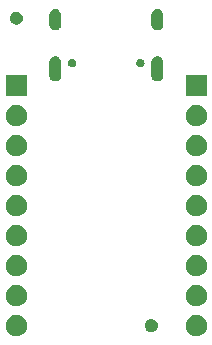
<source format=gbr>
%TF.GenerationSoftware,KiCad,Pcbnew,(5.1.5-0-10_14)*%
%TF.CreationDate,2020-02-16T20:03:40+10:00*%
%TF.ProjectId,turtleboard,74757274-6c65-4626-9f61-72642e6b6963,rev?*%
%TF.SameCoordinates,Original*%
%TF.FileFunction,Soldermask,Bot*%
%TF.FilePolarity,Negative*%
%FSLAX46Y46*%
G04 Gerber Fmt 4.6, Leading zero omitted, Abs format (unit mm)*
G04 Created by KiCad (PCBNEW (5.1.5-0-10_14)) date 2020-02-16 20:03:40*
%MOMM*%
%LPD*%
G04 APERTURE LIST*
%ADD10C,0.100000*%
G04 APERTURE END LIST*
D10*
G36*
X210933512Y-121023927D02*
G01*
X211082812Y-121053624D01*
X211246784Y-121121544D01*
X211394354Y-121220147D01*
X211519853Y-121345646D01*
X211618456Y-121493216D01*
X211686376Y-121657188D01*
X211721000Y-121831259D01*
X211721000Y-122008741D01*
X211686376Y-122182812D01*
X211618456Y-122346784D01*
X211519853Y-122494354D01*
X211394354Y-122619853D01*
X211246784Y-122718456D01*
X211082812Y-122786376D01*
X210933512Y-122816073D01*
X210908742Y-122821000D01*
X210731258Y-122821000D01*
X210706488Y-122816073D01*
X210557188Y-122786376D01*
X210393216Y-122718456D01*
X210245646Y-122619853D01*
X210120147Y-122494354D01*
X210021544Y-122346784D01*
X209953624Y-122182812D01*
X209919000Y-122008741D01*
X209919000Y-121831259D01*
X209953624Y-121657188D01*
X210021544Y-121493216D01*
X210120147Y-121345646D01*
X210245646Y-121220147D01*
X210393216Y-121121544D01*
X210557188Y-121053624D01*
X210706488Y-121023927D01*
X210731258Y-121019000D01*
X210908742Y-121019000D01*
X210933512Y-121023927D01*
G37*
G36*
X195693512Y-121023927D02*
G01*
X195842812Y-121053624D01*
X196006784Y-121121544D01*
X196154354Y-121220147D01*
X196279853Y-121345646D01*
X196378456Y-121493216D01*
X196446376Y-121657188D01*
X196481000Y-121831259D01*
X196481000Y-122008741D01*
X196446376Y-122182812D01*
X196378456Y-122346784D01*
X196279853Y-122494354D01*
X196154354Y-122619853D01*
X196006784Y-122718456D01*
X195842812Y-122786376D01*
X195693512Y-122816073D01*
X195668742Y-122821000D01*
X195491258Y-122821000D01*
X195466488Y-122816073D01*
X195317188Y-122786376D01*
X195153216Y-122718456D01*
X195005646Y-122619853D01*
X194880147Y-122494354D01*
X194781544Y-122346784D01*
X194713624Y-122182812D01*
X194679000Y-122008741D01*
X194679000Y-121831259D01*
X194713624Y-121657188D01*
X194781544Y-121493216D01*
X194880147Y-121345646D01*
X195005646Y-121220147D01*
X195153216Y-121121544D01*
X195317188Y-121053624D01*
X195466488Y-121023927D01*
X195491258Y-121019000D01*
X195668742Y-121019000D01*
X195693512Y-121023927D01*
G37*
G36*
X207170721Y-121390174D02*
G01*
X207270995Y-121431709D01*
X207270996Y-121431710D01*
X207361242Y-121492010D01*
X207437990Y-121568758D01*
X207437991Y-121568760D01*
X207498291Y-121659005D01*
X207539826Y-121759279D01*
X207561000Y-121865730D01*
X207561000Y-121974270D01*
X207539826Y-122080721D01*
X207498291Y-122180995D01*
X207497077Y-122182812D01*
X207437990Y-122271242D01*
X207361242Y-122347990D01*
X207315812Y-122378345D01*
X207270995Y-122408291D01*
X207170721Y-122449826D01*
X207064270Y-122471000D01*
X206955730Y-122471000D01*
X206849279Y-122449826D01*
X206749005Y-122408291D01*
X206704188Y-122378345D01*
X206658758Y-122347990D01*
X206582010Y-122271242D01*
X206522923Y-122182812D01*
X206521709Y-122180995D01*
X206480174Y-122080721D01*
X206459000Y-121974270D01*
X206459000Y-121865730D01*
X206480174Y-121759279D01*
X206521709Y-121659005D01*
X206582009Y-121568760D01*
X206582010Y-121568758D01*
X206658758Y-121492010D01*
X206749004Y-121431710D01*
X206749005Y-121431709D01*
X206849279Y-121390174D01*
X206955730Y-121369000D01*
X207064270Y-121369000D01*
X207170721Y-121390174D01*
G37*
G36*
X195693512Y-118483927D02*
G01*
X195842812Y-118513624D01*
X196006784Y-118581544D01*
X196154354Y-118680147D01*
X196279853Y-118805646D01*
X196378456Y-118953216D01*
X196446376Y-119117188D01*
X196481000Y-119291259D01*
X196481000Y-119468741D01*
X196446376Y-119642812D01*
X196378456Y-119806784D01*
X196279853Y-119954354D01*
X196154354Y-120079853D01*
X196006784Y-120178456D01*
X195842812Y-120246376D01*
X195693512Y-120276073D01*
X195668742Y-120281000D01*
X195491258Y-120281000D01*
X195466488Y-120276073D01*
X195317188Y-120246376D01*
X195153216Y-120178456D01*
X195005646Y-120079853D01*
X194880147Y-119954354D01*
X194781544Y-119806784D01*
X194713624Y-119642812D01*
X194679000Y-119468741D01*
X194679000Y-119291259D01*
X194713624Y-119117188D01*
X194781544Y-118953216D01*
X194880147Y-118805646D01*
X195005646Y-118680147D01*
X195153216Y-118581544D01*
X195317188Y-118513624D01*
X195466488Y-118483927D01*
X195491258Y-118479000D01*
X195668742Y-118479000D01*
X195693512Y-118483927D01*
G37*
G36*
X210933512Y-118483927D02*
G01*
X211082812Y-118513624D01*
X211246784Y-118581544D01*
X211394354Y-118680147D01*
X211519853Y-118805646D01*
X211618456Y-118953216D01*
X211686376Y-119117188D01*
X211721000Y-119291259D01*
X211721000Y-119468741D01*
X211686376Y-119642812D01*
X211618456Y-119806784D01*
X211519853Y-119954354D01*
X211394354Y-120079853D01*
X211246784Y-120178456D01*
X211082812Y-120246376D01*
X210933512Y-120276073D01*
X210908742Y-120281000D01*
X210731258Y-120281000D01*
X210706488Y-120276073D01*
X210557188Y-120246376D01*
X210393216Y-120178456D01*
X210245646Y-120079853D01*
X210120147Y-119954354D01*
X210021544Y-119806784D01*
X209953624Y-119642812D01*
X209919000Y-119468741D01*
X209919000Y-119291259D01*
X209953624Y-119117188D01*
X210021544Y-118953216D01*
X210120147Y-118805646D01*
X210245646Y-118680147D01*
X210393216Y-118581544D01*
X210557188Y-118513624D01*
X210706488Y-118483927D01*
X210731258Y-118479000D01*
X210908742Y-118479000D01*
X210933512Y-118483927D01*
G37*
G36*
X210933512Y-115943927D02*
G01*
X211082812Y-115973624D01*
X211246784Y-116041544D01*
X211394354Y-116140147D01*
X211519853Y-116265646D01*
X211618456Y-116413216D01*
X211686376Y-116577188D01*
X211721000Y-116751259D01*
X211721000Y-116928741D01*
X211686376Y-117102812D01*
X211618456Y-117266784D01*
X211519853Y-117414354D01*
X211394354Y-117539853D01*
X211246784Y-117638456D01*
X211082812Y-117706376D01*
X210933512Y-117736073D01*
X210908742Y-117741000D01*
X210731258Y-117741000D01*
X210706488Y-117736073D01*
X210557188Y-117706376D01*
X210393216Y-117638456D01*
X210245646Y-117539853D01*
X210120147Y-117414354D01*
X210021544Y-117266784D01*
X209953624Y-117102812D01*
X209919000Y-116928741D01*
X209919000Y-116751259D01*
X209953624Y-116577188D01*
X210021544Y-116413216D01*
X210120147Y-116265646D01*
X210245646Y-116140147D01*
X210393216Y-116041544D01*
X210557188Y-115973624D01*
X210706488Y-115943927D01*
X210731258Y-115939000D01*
X210908742Y-115939000D01*
X210933512Y-115943927D01*
G37*
G36*
X195693512Y-115943927D02*
G01*
X195842812Y-115973624D01*
X196006784Y-116041544D01*
X196154354Y-116140147D01*
X196279853Y-116265646D01*
X196378456Y-116413216D01*
X196446376Y-116577188D01*
X196481000Y-116751259D01*
X196481000Y-116928741D01*
X196446376Y-117102812D01*
X196378456Y-117266784D01*
X196279853Y-117414354D01*
X196154354Y-117539853D01*
X196006784Y-117638456D01*
X195842812Y-117706376D01*
X195693512Y-117736073D01*
X195668742Y-117741000D01*
X195491258Y-117741000D01*
X195466488Y-117736073D01*
X195317188Y-117706376D01*
X195153216Y-117638456D01*
X195005646Y-117539853D01*
X194880147Y-117414354D01*
X194781544Y-117266784D01*
X194713624Y-117102812D01*
X194679000Y-116928741D01*
X194679000Y-116751259D01*
X194713624Y-116577188D01*
X194781544Y-116413216D01*
X194880147Y-116265646D01*
X195005646Y-116140147D01*
X195153216Y-116041544D01*
X195317188Y-115973624D01*
X195466488Y-115943927D01*
X195491258Y-115939000D01*
X195668742Y-115939000D01*
X195693512Y-115943927D01*
G37*
G36*
X210933512Y-113403927D02*
G01*
X211082812Y-113433624D01*
X211246784Y-113501544D01*
X211394354Y-113600147D01*
X211519853Y-113725646D01*
X211618456Y-113873216D01*
X211686376Y-114037188D01*
X211721000Y-114211259D01*
X211721000Y-114388741D01*
X211686376Y-114562812D01*
X211618456Y-114726784D01*
X211519853Y-114874354D01*
X211394354Y-114999853D01*
X211246784Y-115098456D01*
X211082812Y-115166376D01*
X210933512Y-115196073D01*
X210908742Y-115201000D01*
X210731258Y-115201000D01*
X210706488Y-115196073D01*
X210557188Y-115166376D01*
X210393216Y-115098456D01*
X210245646Y-114999853D01*
X210120147Y-114874354D01*
X210021544Y-114726784D01*
X209953624Y-114562812D01*
X209919000Y-114388741D01*
X209919000Y-114211259D01*
X209953624Y-114037188D01*
X210021544Y-113873216D01*
X210120147Y-113725646D01*
X210245646Y-113600147D01*
X210393216Y-113501544D01*
X210557188Y-113433624D01*
X210706488Y-113403927D01*
X210731258Y-113399000D01*
X210908742Y-113399000D01*
X210933512Y-113403927D01*
G37*
G36*
X195693512Y-113403927D02*
G01*
X195842812Y-113433624D01*
X196006784Y-113501544D01*
X196154354Y-113600147D01*
X196279853Y-113725646D01*
X196378456Y-113873216D01*
X196446376Y-114037188D01*
X196481000Y-114211259D01*
X196481000Y-114388741D01*
X196446376Y-114562812D01*
X196378456Y-114726784D01*
X196279853Y-114874354D01*
X196154354Y-114999853D01*
X196006784Y-115098456D01*
X195842812Y-115166376D01*
X195693512Y-115196073D01*
X195668742Y-115201000D01*
X195491258Y-115201000D01*
X195466488Y-115196073D01*
X195317188Y-115166376D01*
X195153216Y-115098456D01*
X195005646Y-114999853D01*
X194880147Y-114874354D01*
X194781544Y-114726784D01*
X194713624Y-114562812D01*
X194679000Y-114388741D01*
X194679000Y-114211259D01*
X194713624Y-114037188D01*
X194781544Y-113873216D01*
X194880147Y-113725646D01*
X195005646Y-113600147D01*
X195153216Y-113501544D01*
X195317188Y-113433624D01*
X195466488Y-113403927D01*
X195491258Y-113399000D01*
X195668742Y-113399000D01*
X195693512Y-113403927D01*
G37*
G36*
X210933512Y-110863927D02*
G01*
X211082812Y-110893624D01*
X211246784Y-110961544D01*
X211394354Y-111060147D01*
X211519853Y-111185646D01*
X211618456Y-111333216D01*
X211686376Y-111497188D01*
X211721000Y-111671259D01*
X211721000Y-111848741D01*
X211686376Y-112022812D01*
X211618456Y-112186784D01*
X211519853Y-112334354D01*
X211394354Y-112459853D01*
X211246784Y-112558456D01*
X211082812Y-112626376D01*
X210933512Y-112656073D01*
X210908742Y-112661000D01*
X210731258Y-112661000D01*
X210706488Y-112656073D01*
X210557188Y-112626376D01*
X210393216Y-112558456D01*
X210245646Y-112459853D01*
X210120147Y-112334354D01*
X210021544Y-112186784D01*
X209953624Y-112022812D01*
X209919000Y-111848741D01*
X209919000Y-111671259D01*
X209953624Y-111497188D01*
X210021544Y-111333216D01*
X210120147Y-111185646D01*
X210245646Y-111060147D01*
X210393216Y-110961544D01*
X210557188Y-110893624D01*
X210706488Y-110863927D01*
X210731258Y-110859000D01*
X210908742Y-110859000D01*
X210933512Y-110863927D01*
G37*
G36*
X195693512Y-110863927D02*
G01*
X195842812Y-110893624D01*
X196006784Y-110961544D01*
X196154354Y-111060147D01*
X196279853Y-111185646D01*
X196378456Y-111333216D01*
X196446376Y-111497188D01*
X196481000Y-111671259D01*
X196481000Y-111848741D01*
X196446376Y-112022812D01*
X196378456Y-112186784D01*
X196279853Y-112334354D01*
X196154354Y-112459853D01*
X196006784Y-112558456D01*
X195842812Y-112626376D01*
X195693512Y-112656073D01*
X195668742Y-112661000D01*
X195491258Y-112661000D01*
X195466488Y-112656073D01*
X195317188Y-112626376D01*
X195153216Y-112558456D01*
X195005646Y-112459853D01*
X194880147Y-112334354D01*
X194781544Y-112186784D01*
X194713624Y-112022812D01*
X194679000Y-111848741D01*
X194679000Y-111671259D01*
X194713624Y-111497188D01*
X194781544Y-111333216D01*
X194880147Y-111185646D01*
X195005646Y-111060147D01*
X195153216Y-110961544D01*
X195317188Y-110893624D01*
X195466488Y-110863927D01*
X195491258Y-110859000D01*
X195668742Y-110859000D01*
X195693512Y-110863927D01*
G37*
G36*
X210933512Y-108323927D02*
G01*
X211082812Y-108353624D01*
X211246784Y-108421544D01*
X211394354Y-108520147D01*
X211519853Y-108645646D01*
X211618456Y-108793216D01*
X211686376Y-108957188D01*
X211721000Y-109131259D01*
X211721000Y-109308741D01*
X211686376Y-109482812D01*
X211618456Y-109646784D01*
X211519853Y-109794354D01*
X211394354Y-109919853D01*
X211246784Y-110018456D01*
X211082812Y-110086376D01*
X210933512Y-110116073D01*
X210908742Y-110121000D01*
X210731258Y-110121000D01*
X210706488Y-110116073D01*
X210557188Y-110086376D01*
X210393216Y-110018456D01*
X210245646Y-109919853D01*
X210120147Y-109794354D01*
X210021544Y-109646784D01*
X209953624Y-109482812D01*
X209919000Y-109308741D01*
X209919000Y-109131259D01*
X209953624Y-108957188D01*
X210021544Y-108793216D01*
X210120147Y-108645646D01*
X210245646Y-108520147D01*
X210393216Y-108421544D01*
X210557188Y-108353624D01*
X210706488Y-108323927D01*
X210731258Y-108319000D01*
X210908742Y-108319000D01*
X210933512Y-108323927D01*
G37*
G36*
X195693512Y-108323927D02*
G01*
X195842812Y-108353624D01*
X196006784Y-108421544D01*
X196154354Y-108520147D01*
X196279853Y-108645646D01*
X196378456Y-108793216D01*
X196446376Y-108957188D01*
X196481000Y-109131259D01*
X196481000Y-109308741D01*
X196446376Y-109482812D01*
X196378456Y-109646784D01*
X196279853Y-109794354D01*
X196154354Y-109919853D01*
X196006784Y-110018456D01*
X195842812Y-110086376D01*
X195693512Y-110116073D01*
X195668742Y-110121000D01*
X195491258Y-110121000D01*
X195466488Y-110116073D01*
X195317188Y-110086376D01*
X195153216Y-110018456D01*
X195005646Y-109919853D01*
X194880147Y-109794354D01*
X194781544Y-109646784D01*
X194713624Y-109482812D01*
X194679000Y-109308741D01*
X194679000Y-109131259D01*
X194713624Y-108957188D01*
X194781544Y-108793216D01*
X194880147Y-108645646D01*
X195005646Y-108520147D01*
X195153216Y-108421544D01*
X195317188Y-108353624D01*
X195466488Y-108323927D01*
X195491258Y-108319000D01*
X195668742Y-108319000D01*
X195693512Y-108323927D01*
G37*
G36*
X210933512Y-105783927D02*
G01*
X211082812Y-105813624D01*
X211246784Y-105881544D01*
X211394354Y-105980147D01*
X211519853Y-106105646D01*
X211618456Y-106253216D01*
X211686376Y-106417188D01*
X211721000Y-106591259D01*
X211721000Y-106768741D01*
X211686376Y-106942812D01*
X211618456Y-107106784D01*
X211519853Y-107254354D01*
X211394354Y-107379853D01*
X211246784Y-107478456D01*
X211082812Y-107546376D01*
X210933512Y-107576073D01*
X210908742Y-107581000D01*
X210731258Y-107581000D01*
X210706488Y-107576073D01*
X210557188Y-107546376D01*
X210393216Y-107478456D01*
X210245646Y-107379853D01*
X210120147Y-107254354D01*
X210021544Y-107106784D01*
X209953624Y-106942812D01*
X209919000Y-106768741D01*
X209919000Y-106591259D01*
X209953624Y-106417188D01*
X210021544Y-106253216D01*
X210120147Y-106105646D01*
X210245646Y-105980147D01*
X210393216Y-105881544D01*
X210557188Y-105813624D01*
X210706488Y-105783927D01*
X210731258Y-105779000D01*
X210908742Y-105779000D01*
X210933512Y-105783927D01*
G37*
G36*
X195693512Y-105783927D02*
G01*
X195842812Y-105813624D01*
X196006784Y-105881544D01*
X196154354Y-105980147D01*
X196279853Y-106105646D01*
X196378456Y-106253216D01*
X196446376Y-106417188D01*
X196481000Y-106591259D01*
X196481000Y-106768741D01*
X196446376Y-106942812D01*
X196378456Y-107106784D01*
X196279853Y-107254354D01*
X196154354Y-107379853D01*
X196006784Y-107478456D01*
X195842812Y-107546376D01*
X195693512Y-107576073D01*
X195668742Y-107581000D01*
X195491258Y-107581000D01*
X195466488Y-107576073D01*
X195317188Y-107546376D01*
X195153216Y-107478456D01*
X195005646Y-107379853D01*
X194880147Y-107254354D01*
X194781544Y-107106784D01*
X194713624Y-106942812D01*
X194679000Y-106768741D01*
X194679000Y-106591259D01*
X194713624Y-106417188D01*
X194781544Y-106253216D01*
X194880147Y-106105646D01*
X195005646Y-105980147D01*
X195153216Y-105881544D01*
X195317188Y-105813624D01*
X195466488Y-105783927D01*
X195491258Y-105779000D01*
X195668742Y-105779000D01*
X195693512Y-105783927D01*
G37*
G36*
X210933512Y-103243927D02*
G01*
X211082812Y-103273624D01*
X211246784Y-103341544D01*
X211394354Y-103440147D01*
X211519853Y-103565646D01*
X211618456Y-103713216D01*
X211686376Y-103877188D01*
X211721000Y-104051259D01*
X211721000Y-104228741D01*
X211686376Y-104402812D01*
X211618456Y-104566784D01*
X211519853Y-104714354D01*
X211394354Y-104839853D01*
X211246784Y-104938456D01*
X211082812Y-105006376D01*
X210933512Y-105036073D01*
X210908742Y-105041000D01*
X210731258Y-105041000D01*
X210706488Y-105036073D01*
X210557188Y-105006376D01*
X210393216Y-104938456D01*
X210245646Y-104839853D01*
X210120147Y-104714354D01*
X210021544Y-104566784D01*
X209953624Y-104402812D01*
X209919000Y-104228741D01*
X209919000Y-104051259D01*
X209953624Y-103877188D01*
X210021544Y-103713216D01*
X210120147Y-103565646D01*
X210245646Y-103440147D01*
X210393216Y-103341544D01*
X210557188Y-103273624D01*
X210706488Y-103243927D01*
X210731258Y-103239000D01*
X210908742Y-103239000D01*
X210933512Y-103243927D01*
G37*
G36*
X195693512Y-103243927D02*
G01*
X195842812Y-103273624D01*
X196006784Y-103341544D01*
X196154354Y-103440147D01*
X196279853Y-103565646D01*
X196378456Y-103713216D01*
X196446376Y-103877188D01*
X196481000Y-104051259D01*
X196481000Y-104228741D01*
X196446376Y-104402812D01*
X196378456Y-104566784D01*
X196279853Y-104714354D01*
X196154354Y-104839853D01*
X196006784Y-104938456D01*
X195842812Y-105006376D01*
X195693512Y-105036073D01*
X195668742Y-105041000D01*
X195491258Y-105041000D01*
X195466488Y-105036073D01*
X195317188Y-105006376D01*
X195153216Y-104938456D01*
X195005646Y-104839853D01*
X194880147Y-104714354D01*
X194781544Y-104566784D01*
X194713624Y-104402812D01*
X194679000Y-104228741D01*
X194679000Y-104051259D01*
X194713624Y-103877188D01*
X194781544Y-103713216D01*
X194880147Y-103565646D01*
X195005646Y-103440147D01*
X195153216Y-103341544D01*
X195317188Y-103273624D01*
X195466488Y-103243927D01*
X195491258Y-103239000D01*
X195668742Y-103239000D01*
X195693512Y-103243927D01*
G37*
G36*
X196481000Y-102501000D02*
G01*
X194679000Y-102501000D01*
X194679000Y-100699000D01*
X196481000Y-100699000D01*
X196481000Y-102501000D01*
G37*
G36*
X211721000Y-102501000D02*
G01*
X209919000Y-102501000D01*
X209919000Y-100699000D01*
X211721000Y-100699000D01*
X211721000Y-102501000D01*
G37*
G36*
X207616213Y-99138249D02*
G01*
X207710652Y-99166897D01*
X207797687Y-99213418D01*
X207873975Y-99276025D01*
X207936582Y-99352313D01*
X207983103Y-99439348D01*
X208011751Y-99533787D01*
X208019000Y-99607388D01*
X208019000Y-100756612D01*
X208011751Y-100830213D01*
X207983103Y-100924652D01*
X207936582Y-101011687D01*
X207873975Y-101087975D01*
X207797687Y-101150582D01*
X207710651Y-101197103D01*
X207616212Y-101225751D01*
X207518000Y-101235424D01*
X207419787Y-101225751D01*
X207325348Y-101197103D01*
X207238313Y-101150582D01*
X207162025Y-101087975D01*
X207099418Y-101011687D01*
X207052897Y-100924651D01*
X207024249Y-100830212D01*
X207017000Y-100756611D01*
X207017001Y-99607388D01*
X207024250Y-99533787D01*
X207052898Y-99439348D01*
X207099419Y-99352313D01*
X207162026Y-99276025D01*
X207238314Y-99213418D01*
X207325349Y-99166897D01*
X207419788Y-99138249D01*
X207518000Y-99128576D01*
X207616213Y-99138249D01*
G37*
G36*
X198976213Y-99138249D02*
G01*
X199070652Y-99166897D01*
X199157687Y-99213418D01*
X199233975Y-99276025D01*
X199296582Y-99352313D01*
X199343103Y-99439348D01*
X199371751Y-99533787D01*
X199379000Y-99607388D01*
X199379000Y-100756612D01*
X199371751Y-100830213D01*
X199343103Y-100924652D01*
X199296582Y-101011687D01*
X199233975Y-101087975D01*
X199157687Y-101150582D01*
X199070651Y-101197103D01*
X198976212Y-101225751D01*
X198878000Y-101235424D01*
X198779787Y-101225751D01*
X198685348Y-101197103D01*
X198598313Y-101150582D01*
X198522025Y-101087975D01*
X198459418Y-101011687D01*
X198412897Y-100924651D01*
X198384249Y-100830212D01*
X198377000Y-100756611D01*
X198377001Y-99607388D01*
X198384250Y-99533787D01*
X198412898Y-99439348D01*
X198459419Y-99352313D01*
X198522026Y-99276025D01*
X198598314Y-99213418D01*
X198685349Y-99166897D01*
X198779788Y-99138249D01*
X198878000Y-99128576D01*
X198976213Y-99138249D01*
G37*
G36*
X200410383Y-99364489D02*
G01*
X200410386Y-99364490D01*
X200410385Y-99364490D01*
X200474258Y-99390946D01*
X200531748Y-99429360D01*
X200580640Y-99478252D01*
X200619054Y-99535742D01*
X200640624Y-99587818D01*
X200645511Y-99599617D01*
X200659000Y-99667430D01*
X200659000Y-99736570D01*
X200645511Y-99804383D01*
X200645510Y-99804385D01*
X200619054Y-99868258D01*
X200580640Y-99925748D01*
X200531748Y-99974640D01*
X200474258Y-100013054D01*
X200422182Y-100034624D01*
X200410383Y-100039511D01*
X200342570Y-100053000D01*
X200273430Y-100053000D01*
X200205617Y-100039511D01*
X200193818Y-100034624D01*
X200141742Y-100013054D01*
X200084252Y-99974640D01*
X200035360Y-99925748D01*
X199996946Y-99868258D01*
X199970490Y-99804385D01*
X199970489Y-99804383D01*
X199957000Y-99736570D01*
X199957000Y-99667430D01*
X199970489Y-99599617D01*
X199975376Y-99587818D01*
X199996946Y-99535742D01*
X200035360Y-99478252D01*
X200084252Y-99429360D01*
X200141742Y-99390946D01*
X200205615Y-99364490D01*
X200205614Y-99364490D01*
X200205617Y-99364489D01*
X200273430Y-99351000D01*
X200342570Y-99351000D01*
X200410383Y-99364489D01*
G37*
G36*
X206190383Y-99364489D02*
G01*
X206190386Y-99364490D01*
X206190385Y-99364490D01*
X206254258Y-99390946D01*
X206311748Y-99429360D01*
X206360640Y-99478252D01*
X206399054Y-99535742D01*
X206420624Y-99587818D01*
X206425511Y-99599617D01*
X206439000Y-99667430D01*
X206439000Y-99736570D01*
X206425511Y-99804383D01*
X206425510Y-99804385D01*
X206399054Y-99868258D01*
X206360640Y-99925748D01*
X206311748Y-99974640D01*
X206254258Y-100013054D01*
X206202182Y-100034624D01*
X206190383Y-100039511D01*
X206122570Y-100053000D01*
X206053430Y-100053000D01*
X205985617Y-100039511D01*
X205973818Y-100034624D01*
X205921742Y-100013054D01*
X205864252Y-99974640D01*
X205815360Y-99925748D01*
X205776946Y-99868258D01*
X205750490Y-99804385D01*
X205750489Y-99804383D01*
X205737000Y-99736570D01*
X205737000Y-99667430D01*
X205750489Y-99599617D01*
X205755376Y-99587818D01*
X205776946Y-99535742D01*
X205815360Y-99478252D01*
X205864252Y-99429360D01*
X205921742Y-99390946D01*
X205985615Y-99364490D01*
X205985614Y-99364490D01*
X205985617Y-99364489D01*
X206053430Y-99351000D01*
X206122570Y-99351000D01*
X206190383Y-99364489D01*
G37*
G36*
X207616213Y-95118249D02*
G01*
X207710652Y-95146897D01*
X207797687Y-95193418D01*
X207873975Y-95256025D01*
X207936582Y-95332313D01*
X207983103Y-95419348D01*
X208011751Y-95513787D01*
X208019000Y-95587388D01*
X208019000Y-96436612D01*
X208011751Y-96510213D01*
X207983103Y-96604652D01*
X207936582Y-96691687D01*
X207873975Y-96767975D01*
X207797687Y-96830582D01*
X207710651Y-96877103D01*
X207616212Y-96905751D01*
X207518000Y-96915424D01*
X207419787Y-96905751D01*
X207325348Y-96877103D01*
X207238313Y-96830582D01*
X207162025Y-96767975D01*
X207099418Y-96691687D01*
X207052897Y-96604651D01*
X207024249Y-96510212D01*
X207017000Y-96436611D01*
X207017000Y-95587398D01*
X207024250Y-95513786D01*
X207041474Y-95457009D01*
X207052898Y-95419348D01*
X207099419Y-95332313D01*
X207162026Y-95256025D01*
X207238314Y-95193418D01*
X207325349Y-95146897D01*
X207419788Y-95118249D01*
X207518000Y-95108576D01*
X207616213Y-95118249D01*
G37*
G36*
X198976213Y-95118249D02*
G01*
X199070652Y-95146897D01*
X199157687Y-95193418D01*
X199233975Y-95256025D01*
X199296582Y-95332313D01*
X199343103Y-95419348D01*
X199371751Y-95513787D01*
X199379000Y-95587388D01*
X199379000Y-96436612D01*
X199371751Y-96510213D01*
X199343103Y-96604652D01*
X199296582Y-96691687D01*
X199233975Y-96767975D01*
X199157687Y-96830582D01*
X199070651Y-96877103D01*
X198976212Y-96905751D01*
X198878000Y-96915424D01*
X198779787Y-96905751D01*
X198685348Y-96877103D01*
X198598313Y-96830582D01*
X198522025Y-96767975D01*
X198459418Y-96691687D01*
X198412897Y-96604651D01*
X198384249Y-96510212D01*
X198377000Y-96436611D01*
X198377000Y-95587398D01*
X198384250Y-95513786D01*
X198401474Y-95457009D01*
X198412898Y-95419348D01*
X198459419Y-95332313D01*
X198522026Y-95256025D01*
X198598314Y-95193418D01*
X198685349Y-95146897D01*
X198779788Y-95118249D01*
X198878000Y-95108576D01*
X198976213Y-95118249D01*
G37*
G36*
X195740721Y-95355174D02*
G01*
X195840995Y-95396709D01*
X195874884Y-95419353D01*
X195931242Y-95457010D01*
X196007990Y-95533758D01*
X196007991Y-95533760D01*
X196068291Y-95624005D01*
X196109826Y-95724279D01*
X196131000Y-95830730D01*
X196131000Y-95939270D01*
X196109826Y-96045721D01*
X196068291Y-96145995D01*
X196068290Y-96145996D01*
X196007990Y-96236242D01*
X195931242Y-96312990D01*
X195885812Y-96343345D01*
X195840995Y-96373291D01*
X195740721Y-96414826D01*
X195634270Y-96436000D01*
X195525730Y-96436000D01*
X195419279Y-96414826D01*
X195319005Y-96373291D01*
X195274188Y-96343345D01*
X195228758Y-96312990D01*
X195152010Y-96236242D01*
X195091710Y-96145996D01*
X195091709Y-96145995D01*
X195050174Y-96045721D01*
X195029000Y-95939270D01*
X195029000Y-95830730D01*
X195050174Y-95724279D01*
X195091709Y-95624005D01*
X195152009Y-95533760D01*
X195152010Y-95533758D01*
X195228758Y-95457010D01*
X195285116Y-95419353D01*
X195319005Y-95396709D01*
X195419279Y-95355174D01*
X195525730Y-95334000D01*
X195634270Y-95334000D01*
X195740721Y-95355174D01*
G37*
M02*

</source>
